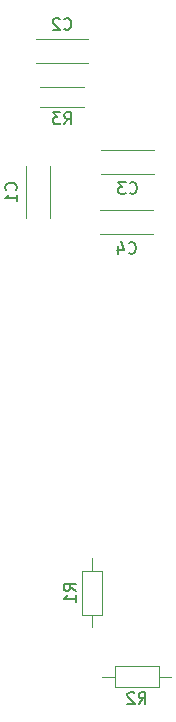
<source format=gbr>
G04 #@! TF.GenerationSoftware,KiCad,Pcbnew,(5.1.2-1)-1*
G04 #@! TF.CreationDate,2022-02-21T13:59:12-08:00*
G04 #@! TF.ProjectId,widaq-magis-ssr-v1b,77696461-712d-46d6-9167-69732d737372,rev?*
G04 #@! TF.SameCoordinates,Original*
G04 #@! TF.FileFunction,Legend,Bot*
G04 #@! TF.FilePolarity,Positive*
%FSLAX46Y46*%
G04 Gerber Fmt 4.6, Leading zero omitted, Abs format (unit mm)*
G04 Created by KiCad (PCBNEW (5.1.2-1)-1) date 2022-02-21 13:59:12*
%MOMM*%
%LPD*%
G04 APERTURE LIST*
%ADD10C,0.120000*%
%ADD11C,0.150000*%
G04 APERTURE END LIST*
D10*
X106787120Y-94946820D02*
X111207120Y-94946820D01*
X106787120Y-92926820D02*
X111207120Y-92926820D01*
X106787120Y-94946820D02*
X106787120Y-94932820D01*
X106787120Y-92940820D02*
X106787120Y-92926820D01*
X111207120Y-94946820D02*
X111207120Y-94932820D01*
X111207120Y-92940820D02*
X111207120Y-92926820D01*
X106873480Y-89887140D02*
X111293480Y-89887140D01*
X106873480Y-87867140D02*
X111293480Y-87867140D01*
X106873480Y-89887140D02*
X106873480Y-89873140D01*
X106873480Y-87881140D02*
X106873480Y-87867140D01*
X111293480Y-89887140D02*
X111293480Y-89873140D01*
X111293480Y-87881140D02*
X111293480Y-87867140D01*
X101703420Y-84220260D02*
X105423420Y-84220260D01*
X101703420Y-82500260D02*
X105423420Y-82500260D01*
X105755000Y-78489460D02*
X101335000Y-78489460D01*
X105755000Y-80509460D02*
X101335000Y-80509460D01*
X105755000Y-78489460D02*
X105755000Y-78503460D01*
X105755000Y-80495460D02*
X105755000Y-80509460D01*
X101335000Y-78489460D02*
X101335000Y-78503460D01*
X101335000Y-80495460D02*
X101335000Y-80509460D01*
X100508720Y-89217940D02*
X100508720Y-93637940D01*
X102528720Y-89217940D02*
X102528720Y-93637940D01*
X100508720Y-89217940D02*
X100522720Y-89217940D01*
X102514720Y-89217940D02*
X102528720Y-89217940D01*
X100508720Y-93637940D02*
X100522720Y-93637940D01*
X102514720Y-93637940D02*
X102528720Y-93637940D01*
X108000080Y-133308300D02*
X108000080Y-131588300D01*
X108000080Y-131588300D02*
X111720080Y-131588300D01*
X111720080Y-131588300D02*
X111720080Y-133308300D01*
X111720080Y-133308300D02*
X108000080Y-133308300D01*
X106930080Y-132448300D02*
X108000080Y-132448300D01*
X112790080Y-132448300D02*
X111720080Y-132448300D01*
X105220560Y-123491540D02*
X106940560Y-123491540D01*
X106940560Y-123491540D02*
X106940560Y-127211540D01*
X106940560Y-127211540D02*
X105220560Y-127211540D01*
X105220560Y-127211540D02*
X105220560Y-123491540D01*
X106080560Y-122421540D02*
X106080560Y-123491540D01*
X106080560Y-128281540D02*
X106080560Y-127211540D01*
D11*
X109163786Y-96553962D02*
X109211405Y-96601581D01*
X109354262Y-96649200D01*
X109449500Y-96649200D01*
X109592358Y-96601581D01*
X109687596Y-96506343D01*
X109735215Y-96411105D01*
X109782834Y-96220629D01*
X109782834Y-96077772D01*
X109735215Y-95887296D01*
X109687596Y-95792058D01*
X109592358Y-95696820D01*
X109449500Y-95649200D01*
X109354262Y-95649200D01*
X109211405Y-95696820D01*
X109163786Y-95744439D01*
X108306643Y-95982534D02*
X108306643Y-96649200D01*
X108544739Y-95601581D02*
X108782834Y-96315867D01*
X108163786Y-96315867D01*
X109250146Y-91494282D02*
X109297765Y-91541901D01*
X109440622Y-91589520D01*
X109535860Y-91589520D01*
X109678718Y-91541901D01*
X109773956Y-91446663D01*
X109821575Y-91351425D01*
X109869194Y-91160949D01*
X109869194Y-91018092D01*
X109821575Y-90827616D01*
X109773956Y-90732378D01*
X109678718Y-90637140D01*
X109535860Y-90589520D01*
X109440622Y-90589520D01*
X109297765Y-90637140D01*
X109250146Y-90684759D01*
X108916813Y-90589520D02*
X108297765Y-90589520D01*
X108631099Y-90970473D01*
X108488241Y-90970473D01*
X108393003Y-91018092D01*
X108345384Y-91065711D01*
X108297765Y-91160949D01*
X108297765Y-91399044D01*
X108345384Y-91494282D01*
X108393003Y-91541901D01*
X108488241Y-91589520D01*
X108773956Y-91589520D01*
X108869194Y-91541901D01*
X108916813Y-91494282D01*
X103730086Y-85672640D02*
X104063420Y-85196450D01*
X104301515Y-85672640D02*
X104301515Y-84672640D01*
X103920562Y-84672640D01*
X103825324Y-84720260D01*
X103777705Y-84767879D01*
X103730086Y-84863117D01*
X103730086Y-85005974D01*
X103777705Y-85101212D01*
X103825324Y-85148831D01*
X103920562Y-85196450D01*
X104301515Y-85196450D01*
X103396753Y-84672640D02*
X102777705Y-84672640D01*
X103111039Y-85053593D01*
X102968181Y-85053593D01*
X102872943Y-85101212D01*
X102825324Y-85148831D01*
X102777705Y-85244069D01*
X102777705Y-85482164D01*
X102825324Y-85577402D01*
X102872943Y-85625021D01*
X102968181Y-85672640D01*
X103253896Y-85672640D01*
X103349134Y-85625021D01*
X103396753Y-85577402D01*
X103711666Y-77596602D02*
X103759285Y-77644221D01*
X103902142Y-77691840D01*
X103997380Y-77691840D01*
X104140238Y-77644221D01*
X104235476Y-77548983D01*
X104283095Y-77453745D01*
X104330714Y-77263269D01*
X104330714Y-77120412D01*
X104283095Y-76929936D01*
X104235476Y-76834698D01*
X104140238Y-76739460D01*
X103997380Y-76691840D01*
X103902142Y-76691840D01*
X103759285Y-76739460D01*
X103711666Y-76787079D01*
X103330714Y-76787079D02*
X103283095Y-76739460D01*
X103187857Y-76691840D01*
X102949761Y-76691840D01*
X102854523Y-76739460D01*
X102806904Y-76787079D01*
X102759285Y-76882317D01*
X102759285Y-76977555D01*
X102806904Y-77120412D01*
X103378333Y-77691840D01*
X102759285Y-77691840D01*
X99615862Y-91261273D02*
X99663481Y-91213654D01*
X99711100Y-91070797D01*
X99711100Y-90975559D01*
X99663481Y-90832701D01*
X99568243Y-90737463D01*
X99473005Y-90689844D01*
X99282529Y-90642225D01*
X99139672Y-90642225D01*
X98949196Y-90689844D01*
X98853958Y-90737463D01*
X98758720Y-90832701D01*
X98711100Y-90975559D01*
X98711100Y-91070797D01*
X98758720Y-91213654D01*
X98806339Y-91261273D01*
X99711100Y-92213654D02*
X99711100Y-91642225D01*
X99711100Y-91927940D02*
X98711100Y-91927940D01*
X98853958Y-91832701D01*
X98949196Y-91737463D01*
X98996815Y-91642225D01*
X110026746Y-134760680D02*
X110360080Y-134284490D01*
X110598175Y-134760680D02*
X110598175Y-133760680D01*
X110217222Y-133760680D01*
X110121984Y-133808300D01*
X110074365Y-133855919D01*
X110026746Y-133951157D01*
X110026746Y-134094014D01*
X110074365Y-134189252D01*
X110121984Y-134236871D01*
X110217222Y-134284490D01*
X110598175Y-134284490D01*
X109645794Y-133855919D02*
X109598175Y-133808300D01*
X109502937Y-133760680D01*
X109264841Y-133760680D01*
X109169603Y-133808300D01*
X109121984Y-133855919D01*
X109074365Y-133951157D01*
X109074365Y-134046395D01*
X109121984Y-134189252D01*
X109693413Y-134760680D01*
X109074365Y-134760680D01*
X104672940Y-125184873D02*
X104196750Y-124851540D01*
X104672940Y-124613444D02*
X103672940Y-124613444D01*
X103672940Y-124994397D01*
X103720560Y-125089635D01*
X103768179Y-125137254D01*
X103863417Y-125184873D01*
X104006274Y-125184873D01*
X104101512Y-125137254D01*
X104149131Y-125089635D01*
X104196750Y-124994397D01*
X104196750Y-124613444D01*
X104672940Y-126137254D02*
X104672940Y-125565825D01*
X104672940Y-125851540D02*
X103672940Y-125851540D01*
X103815798Y-125756301D01*
X103911036Y-125661063D01*
X103958655Y-125565825D01*
M02*

</source>
